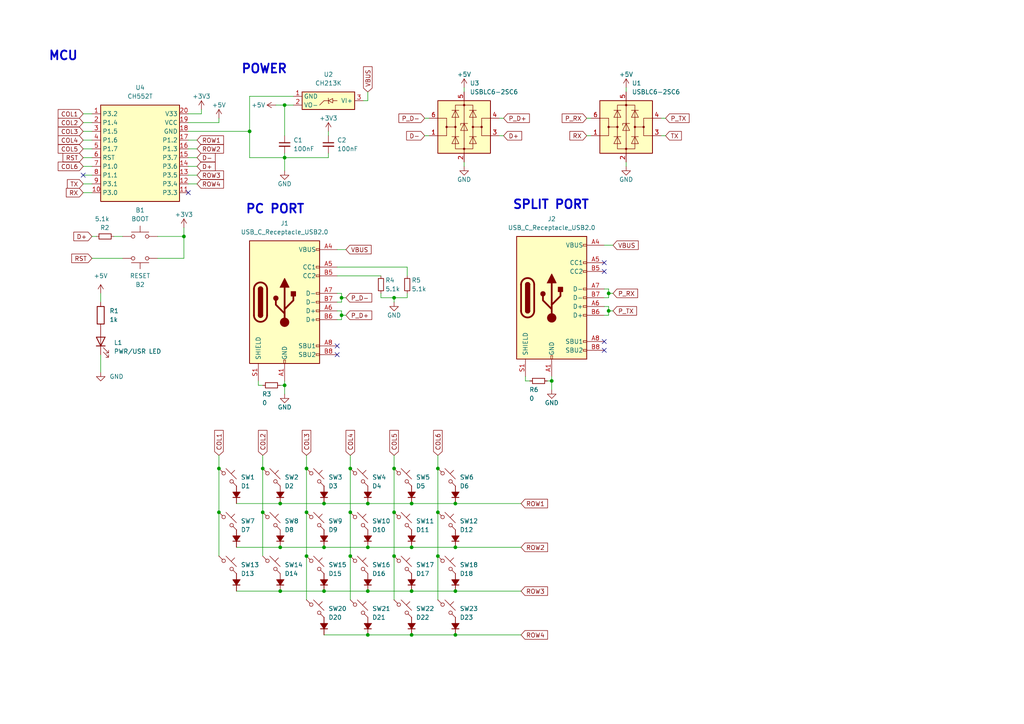
<source format=kicad_sch>
(kicad_sch (version 20230121) (generator eeschema)
  (paper "A4")
  (lib_symbols
    (symbol "Connector:USB_C_Receptacle_USB2.0" (pin_names (offset 1.016))
      (property "Reference" "J" (at -10.16 19.05 0))
      (property "Value" "USB_C_Receptacle_USB2.0" (at 19.05 19.05 0))
      (symbol "USB_C_Receptacle_USB2.0_0_0"
        (rectangle (start -0.254 -17.78) (end 0.254 -16.764))
        (rectangle (start 10.16 -14.986) (end 9.144 -15.494))
        (rectangle (start 10.16 -12.446) (end 9.144 -12.954))
        (rectangle (start 10.16 -4.826) (end 9.144 -5.334))
        (rectangle (start 10.16 -2.286) (end 9.144 -2.794))
        (rectangle (start 10.16 0.254) (end 9.144 -0.254))
        (rectangle (start 10.16 2.794) (end 9.144 2.286))
        (rectangle (start 10.16 7.874) (end 9.144 7.366))
        (rectangle (start 10.16 10.414) (end 9.144 9.906))
        (rectangle (start 10.16 15.494) (end 9.144 14.986))
      )
      (symbol "USB_C_Receptacle_USB2.0_0_1"
        (rectangle (start -10.16 17.78) (end 10.16 -17.78) (stroke (width 0.254)) (fill (type background)))
        (arc (start -8.89 -3.81) (mid -6.985 -5.7067) (end -5.08 -3.81) (stroke (width 0.508)))
        (arc (start -7.62 -3.81) (mid -6.985 -4.4423) (end -6.35 -3.81) (stroke (width 0.254)))
        (arc (start -7.62 -3.81) (mid -6.985 -4.4423) (end -6.35 -3.81) (stroke (width 0.254)) (fill (type outline)))
        (rectangle (start -7.62 -3.81) (end -6.35 3.81) (stroke (width 0.254)) (fill (type outline)))
        (arc (start -6.35 3.81) (mid -6.985 4.4423) (end -7.62 3.81) (stroke (width 0.254)))
        (arc (start -6.35 3.81) (mid -6.985 4.4423) (end -7.62 3.81) (stroke (width 0.254)) (fill (type outline)))
        (arc (start -5.08 3.81) (mid -6.985 5.7067) (end -8.89 3.81) (stroke (width 0.508)))
        (circle (center -2.54 1.143) (radius 0.635) (stroke (width 0.254)) (fill (type outline)))
        (circle (center 0 -5.842) (radius 1.27) (fill (type outline)))
        (polyline (pts (xy -8.89 -3.81) (xy -8.89 3.81)) (stroke (width 0.508)))
        (polyline (pts (xy -5.08 3.81) (xy -5.08 -3.81)) (stroke (width 0.508)))
        (polyline (pts (xy 0 -5.842) (xy 0 4.318)) (stroke (width 0.508)))
        (polyline (pts (xy 0 -3.302) (xy -2.54 -0.762) (xy -2.54 0.508)) (stroke (width 0.508)))
        (polyline (pts (xy 0 -2.032) (xy 2.54 0.508) (xy 2.54 1.778)) (stroke (width 0.508)))
        (polyline (pts (xy -1.27 4.318) (xy 0 6.858) (xy 1.27 4.318) (xy -1.27 4.318)) (stroke (width 0.254)) (fill (type outline)))
        (rectangle (start 1.905 1.778) (end 3.175 3.048) (stroke (width 0.254)) (fill (type outline)))
      )
      (symbol "USB_C_Receptacle_USB2.0_1_1"
        (pin passive line (at 0 -22.86 90) (length 5.08) (name "GND") (number "A1"))
        (pin passive line (at 0 -22.86 90) (length 5.08) hide (name "GND") (number "A12"))
        (pin passive line (at 15.24 15.24 180) (length 5.08) (name "VBUS") (number "A4"))
        (pin bidirectional line (at 15.24 10.16 180) (length 5.08) (name "CC1") (number "A5"))
        (pin bidirectional line (at 15.24 -2.54 180) (length 5.08) (name "D+") (number "A6"))
        (pin bidirectional line (at 15.24 2.54 180) (length 5.08) (name "D-") (number "A7"))
        (pin bidirectional line (at 15.24 -12.7 180) (length 5.08) (name "SBU1") (number "A8"))
        (pin passive line (at 15.24 15.24 180) (length 5.08) hide (name "VBUS") (number "A9"))
        (pin passive line (at 0 -22.86 90) (length 5.08) hide (name "GND") (number "B1"))
        (pin passive line (at 0 -22.86 90) (length 5.08) hide (name "GND") (number "B12"))
        (pin passive line (at 15.24 15.24 180) (length 5.08) hide (name "VBUS") (number "B4"))
        (pin bidirectional line (at 15.24 7.62 180) (length 5.08) (name "CC2") (number "B5"))
        (pin bidirectional line (at 15.24 -5.08 180) (length 5.08) (name "D+") (number "B6"))
        (pin bidirectional line (at 15.24 0 180) (length 5.08) (name "D-") (number "B7"))
        (pin bidirectional line (at 15.24 -15.24 180) (length 5.08) (name "SBU2") (number "B8"))
        (pin passive line (at 15.24 15.24 180) (length 5.08) hide (name "VBUS") (number "B9"))
        (pin passive line (at -7.62 -22.86 90) (length 5.08) (name "SHIELD") (number "S1"))
      )
    )
    (symbol "Device:C_Small" (pin_numbers hide) (pin_names (offset 0.254) hide)
      (property "Reference" "C" (at 0.254 1.778 0))
      (property "Value" "C_Small" (at 0.254 -2.032 0))
      (symbol "C_Small_0_1"
        (polyline (pts (xy -1.524 -0.508) (xy 1.524 -0.508)) (stroke (width 0.3302)))
        (polyline (pts (xy -1.524 0.508) (xy 1.524 0.508)) (stroke (width 0.3048)))
      )
      (symbol "C_Small_1_1"
        (pin passive line (at 0 2.54 270) (length 2.032) (name "~") (number "1"))
        (pin passive line (at 0 -2.54 90) (length 2.032) (name "~") (number "2"))
      )
    )
    (symbol "Device:D_Small_Filled" (pin_numbers hide) (pin_names (offset 0.254) hide)
      (property "Reference" "D" (at -1.27 2.032 0))
      (property "Value" "D_Small_Filled" (at -3.81 -2.032 0))
      (symbol "D_Small_Filled_0_1"
        (polyline (pts (xy -0.762 -1.016) (xy -0.762 1.016)) (stroke (width 0.254)))
        (polyline (pts (xy -0.762 0) (xy 0.762 0)))
        (polyline (pts (xy 0.762 -1.016) (xy -0.762 0) (xy 0.762 1.016) (xy 0.762 -1.016)) (stroke (width 0.254)) (fill (type outline)))
      )
      (symbol "D_Small_Filled_1_1"
        (pin passive line (at -2.54 0 0) (length 1.778) (name "K") (number "1"))
        (pin passive line (at 2.54 0 180) (length 1.778) (name "A") (number "2"))
      )
    )
    (symbol "Device:LED" (pin_numbers hide) (pin_names (offset 1.016) hide)
      (property "Reference" "D" (at 0 2.54 0))
      (property "Value" "LED" (at 0 -2.54 0))
      (symbol "LED_0_1"
        (polyline (pts (xy -1.27 -1.27) (xy -1.27 1.27)) (stroke (width 0.254)))
        (polyline (pts (xy -1.27 0) (xy 1.27 0)))
        (polyline (pts (xy 1.27 -1.27) (xy 1.27 1.27) (xy -1.27 0) (xy 1.27 -1.27)) (stroke (width 0.254)))
        (polyline (pts (xy -3.048 -0.762) (xy -4.572 -2.286) (xy -3.81 -2.286) (xy -4.572 -2.286) (xy -4.572 -1.524)))
        (polyline (pts (xy -1.778 -0.762) (xy -3.302 -2.286) (xy -2.54 -2.286) (xy -3.302 -2.286) (xy -3.302 -1.524)))
      )
      (symbol "LED_1_1"
        (pin passive line (at -3.81 0 0) (length 2.54) (name "K") (number "1"))
        (pin passive line (at 3.81 0 180) (length 2.54) (name "A") (number "2"))
      )
    )
    (symbol "Device:R" (pin_numbers hide) (pin_names (offset 0))
      (property "Reference" "R" (at 2.032 0 90))
      (property "Value" "R" (at 0 0 90))
      (symbol "R_0_1"
        (rectangle (start -1.016 -2.54) (end 1.016 2.54) (stroke (width 0.254)))
      )
      (symbol "R_1_1"
        (pin passive line (at 0 3.81 270) (length 1.27) (name "~") (number "1"))
        (pin passive line (at 0 -3.81 90) (length 1.27) (name "~") (number "2"))
      )
    )
    (symbol "Device:R_Small" (pin_numbers hide) (pin_names (offset 0.254) hide)
      (property "Reference" "R" (at 0.762 0.508 0))
      (property "Value" "R_Small" (at 0.762 -1.016 0))
      (symbol "R_Small_0_1"
        (rectangle (start -0.762 1.778) (end 0.762 -1.778) (stroke (width 0.2032)))
      )
      (symbol "R_Small_1_1"
        (pin passive line (at 0 2.54 270) (length 0.762) (name "~") (number "1"))
        (pin passive line (at 0 -2.54 90) (length 0.762) (name "~") (number "2"))
      )
    )
    (symbol "Power_Protection:USBLC6-2SC6" (pin_names hide)
      (property "Reference" "U" (at 2.54 8.89 0))
      (property "Value" "USBLC6-2SC6" (at 2.54 -8.89 0))
      (symbol "USBLC6-2SC6_0_1"
        (rectangle (start -7.62 -7.62) (end 7.62 7.62) (stroke (width 0.254)) (fill (type background)))
        (circle (center -5.08 0) (radius 0.254) (fill (type outline)))
        (circle (center -2.54 0) (radius 0.254) (fill (type outline)))
        (rectangle (start -2.54 6.35) (end 2.54 -6.35))
        (circle (center 0 -6.35) (radius 0.254) (fill (type outline)))
        (polyline (pts (xy -5.08 -2.54) (xy -7.62 -2.54)))
        (polyline (pts (xy -5.08 0) (xy -5.08 -2.54)))
        (polyline (pts (xy -5.08 2.54) (xy -7.62 2.54)))
        (polyline (pts (xy -1.524 -2.794) (xy -3.556 -2.794)))
        (polyline (pts (xy -1.524 4.826) (xy -3.556 4.826)))
        (polyline (pts (xy 0 -7.62) (xy 0 -6.35)))
        (polyline (pts (xy 0 -6.35) (xy 0 1.27)))
        (polyline (pts (xy 0 1.27) (xy 0 6.35)))
        (polyline (pts (xy 0 6.35) (xy 0 7.62)))
        (polyline (pts (xy 1.524 -2.794) (xy 3.556 -2.794)))
        (polyline (pts (xy 1.524 4.826) (xy 3.556 4.826)))
        (polyline (pts (xy 5.08 -2.54) (xy 7.62 -2.54)))
        (polyline (pts (xy 5.08 0) (xy 5.08 -2.54)))
        (polyline (pts (xy 5.08 2.54) (xy 7.62 2.54)))
        (polyline (pts (xy -2.54 0) (xy -5.08 0) (xy -5.08 2.54)))
        (polyline (pts (xy 2.54 0) (xy 5.08 0) (xy 5.08 2.54)))
        (polyline (pts (xy -3.556 -4.826) (xy -1.524 -4.826) (xy -2.54 -2.794) (xy -3.556 -4.826)))
        (polyline (pts (xy -3.556 2.794) (xy -1.524 2.794) (xy -2.54 4.826) (xy -3.556 2.794)))
        (polyline (pts (xy -1.016 -1.016) (xy 1.016 -1.016) (xy 0 1.016) (xy -1.016 -1.016)))
        (polyline (pts (xy 1.016 1.016) (xy 0.762 1.016) (xy -1.016 1.016) (xy -1.016 0.508)))
        (polyline (pts (xy 3.556 -4.826) (xy 1.524 -4.826) (xy 2.54 -2.794) (xy 3.556 -4.826)))
        (polyline (pts (xy 3.556 2.794) (xy 1.524 2.794) (xy 2.54 4.826) (xy 3.556 2.794)))
        (circle (center 0 6.35) (radius 0.254) (fill (type outline)))
        (circle (center 2.54 0) (radius 0.254) (fill (type outline)))
        (circle (center 5.08 0) (radius 0.254) (fill (type outline)))
      )
      (symbol "USBLC6-2SC6_1_1"
        (pin passive line (at -10.16 -2.54 0) (length 2.54) (name "I/O1") (number "1"))
        (pin passive line (at 0 -10.16 90) (length 2.54) (name "GND") (number "2"))
        (pin passive line (at 10.16 -2.54 180) (length 2.54) (name "I/O2") (number "3"))
        (pin passive line (at 10.16 2.54 180) (length 2.54) (name "I/O2") (number "4"))
        (pin passive line (at 0 10.16 270) (length 2.54) (name "VBUS") (number "5"))
        (pin passive line (at -10.16 2.54 0) (length 2.54) (name "I/O1") (number "6"))
      )
    )
    (symbol "Switch:SW_Push" (pin_numbers hide) (pin_names (offset 1.016) hide)
      (property "Reference" "SW" (at 1.27 2.54 0))
      (property "Value" "SW_Push" (at 0 -1.524 0))
      (symbol "SW_Push_0_1"
        (circle (center -2.032 0) (radius 0.508))
        (polyline (pts (xy 0 1.27) (xy 0 3.048)))
        (polyline (pts (xy 2.54 1.27) (xy -2.54 1.27)))
        (circle (center 2.032 0) (radius 0.508))
        (pin passive line (at -5.08 0 0) (length 2.54) (name "1") (number "1"))
        (pin passive line (at 5.08 0 180) (length 2.54) (name "2") (number "2"))
      )
    )
    (symbol "Switch:SW_Push_45deg" (pin_numbers hide) (pin_names (offset 1.016) hide)
      (property "Reference" "SW" (at 3.048 1.016 0))
      (property "Value" "SW_Push_45deg" (at 0 -3.81 0))
      (symbol "SW_Push_45deg_0_1"
        (circle (center -1.1684 1.1684) (radius 0.508))
        (polyline (pts (xy -0.508 2.54) (xy 2.54 -0.508)))
        (polyline (pts (xy 1.016 1.016) (xy 2.032 2.032)))
        (polyline (pts (xy -2.54 2.54) (xy -1.524 1.524) (xy -1.524 1.524)))
        (polyline (pts (xy 1.524 -1.524) (xy 2.54 -2.54) (xy 2.54 -2.54) (xy 2.54 -2.54)))
        (circle (center 1.143 -1.1938) (radius 0.508))
        (pin passive line (at -2.54 2.54 0) (length 0) (name "1") (number "1"))
        (pin passive line (at 2.54 -2.54 180) (length 0) (name "2") (number "2"))
      )
    )
    (symbol "picctrl:CH213K"
      (property "Reference" "U" (at 0 6.35 0))
      (property "Value" "CH213K" (at 0 3.81 0))
      (symbol "CH213K_0_1"
        (rectangle (start -7.62 2.54) (end 7.62 -2.54) (stroke (width 0.254)) (fill (type background)))
        (polyline (pts (xy -1.27 0) (xy -2.54 -1.27)))
        (polyline (pts (xy -1.27 0) (xy 0 0)))
        (polyline (pts (xy 1.27 0) (xy 2.54 0)))
        (polyline (pts (xy 0 0) (xy 1.27 0.635) (xy 1.27 -0.635) (xy 0 0)))
        (polyline (pts (xy 0.254 -0.762) (xy 0 -0.762) (xy 0 0.635) (xy 0 0.762)))
      )
      (symbol "CH213K_1_0"
        (pin power_in line (at 10.16 0 180) (length 2.54) (name "VI+") (number "3"))
      )
      (symbol "CH213K_1_1"
        (pin power_in line (at -10.16 1.27 0) (length 2.54) (name "GND") (number "1"))
        (pin power_out line (at -10.16 -1.27 0) (length 2.54) (name "VO-") (number "2"))
      )
    )
    (symbol "picctrl:CH552T"
      (property "Reference" "U" (at 0 2.54 0))
      (property "Value" "CH552T" (at 0 0 0))
      (symbol "CH552T_0_1"
        (rectangle (start -11.43 15.24) (end 11.43 -12.7) (stroke (width 0.254)) (fill (type background)))
      )
      (symbol "CH552T_1_1"
        (pin bidirectional line (at -13.97 12.7 0) (length 2.54) (name "P3.2") (number "1"))
        (pin bidirectional line (at -13.97 -10.16 0) (length 2.54) (name "P3.0") (number "10"))
        (pin bidirectional line (at 13.97 -10.16 180) (length 2.54) (name "P3.3") (number "11"))
        (pin bidirectional line (at 13.97 -7.62 180) (length 2.54) (name "P3.4") (number "12"))
        (pin bidirectional line (at 13.97 -5.08 180) (length 2.54) (name "P3.5") (number "13"))
        (pin bidirectional line (at 13.97 -2.54 180) (length 2.54) (name "P3.6") (number "14"))
        (pin bidirectional line (at 13.97 0 180) (length 2.54) (name "P3.7") (number "15"))
        (pin bidirectional line (at 13.97 2.54 180) (length 2.54) (name "P1.3") (number "16"))
        (pin bidirectional line (at 13.97 5.08 180) (length 2.54) (name "P1.2") (number "17"))
        (pin power_in line (at 13.97 7.62 180) (length 2.54) (name "GND") (number "18"))
        (pin power_in line (at 13.97 10.16 180) (length 2.54) (name "VCC") (number "19"))
        (pin bidirectional line (at -13.97 10.16 0) (length 2.54) (name "P1.4") (number "2"))
        (pin power_in line (at 13.97 12.7 180) (length 2.54) (name "V33") (number "20"))
        (pin bidirectional line (at -13.97 7.62 0) (length 2.54) (name "P1.5") (number "3"))
        (pin bidirectional line (at -13.97 5.08 0) (length 2.54) (name "P1.6") (number "4"))
        (pin bidirectional line (at -13.97 2.54 0) (length 2.54) (name "P1.7") (number "5"))
        (pin input line (at -13.97 0 0) (length 2.54) (name "RST") (number "6"))
        (pin bidirectional line (at -13.97 -2.54 0) (length 2.54) (name "P1.0") (number "7"))
        (pin bidirectional line (at -13.97 -5.08 0) (length 2.54) (name "P1.1") (number "8"))
        (pin bidirectional line (at -13.97 -7.62 0) (length 2.54) (name "P3.1") (number "9"))
      )
    )
    (symbol "power:+3V3" (power) (pin_names (offset 0))
      (property "Value" "+3V3" (at 0 3.556 0))
      (symbol "+3V3_0_1"
        (polyline (pts (xy -0.762 1.27) (xy 0 2.54)))
        (polyline (pts (xy 0 0) (xy 0 2.54)))
        (polyline (pts (xy 0 2.54) (xy 0.762 1.27)))
      )
      (symbol "+3V3_1_1"
        (pin power_in line (at 0 0 90) (length 0) hide (name "+3V3") (number "1"))
      )
    )
    (symbol "power:+5V" (power) (pin_names (offset 0))
      (property "Value" "+5V" (at 0 3.556 0))
      (symbol "+5V_0_1"
        (polyline (pts (xy -0.762 1.27) (xy 0 2.54)))
        (polyline (pts (xy 0 0) (xy 0 2.54)))
        (polyline (pts (xy 0 2.54) (xy 0.762 1.27)))
      )
      (symbol "+5V_1_1"
        (pin power_in line (at 0 0 90) (length 0) hide (name "+5V") (number "1"))
      )
    )
    (symbol "power:GND" (power) (pin_names (offset 0))
      (property "Value" "GND" (at 0 -3.81 0))
      (symbol "GND_0_1"
        (polyline (pts (xy 0 0) (xy 0 -1.27) (xy 1.27 -1.27) (xy 0 -2.54) (xy -1.27 -1.27) (xy 0 -1.27)))
      )
      (symbol "GND_1_1"
        (pin power_in line (at 0 0 270) (length 0) hide (name "GND") (number "1"))
      )
    )
  )
  (junction (at 114.3 135.89))
  (junction (at 81.28 146.05))
  (junction (at 127 161.29))
  (junction (at 82.55 30.48))
  (junction (at 101.6 148.59))
  (junction (at 160.02 110.49))
  (junction (at 76.2 148.59))
  (junction (at 99.06 86.36))
  (junction (at 106.68 184.15))
  (junction (at 119.38 158.75))
  (junction (at 132.08 171.45))
  (junction (at 106.68 158.75))
  (junction (at 127 148.59))
  (junction (at 106.68 146.05))
  (junction (at 106.68 171.45))
  (junction (at 132.08 184.15))
  (junction (at 72.39 38.1))
  (junction (at 99.06 91.44))
  (junction (at 127 135.89))
  (junction (at 53.34 68.58))
  (junction (at 63.5 148.59))
  (junction (at 101.6 135.89))
  (junction (at 101.6 161.29))
  (junction (at 114.3 148.59))
  (junction (at 88.9 135.89))
  (junction (at 81.28 158.75))
  (junction (at 93.98 146.05))
  (junction (at 88.9 148.59))
  (junction (at 88.9 161.29))
  (junction (at 93.98 158.75))
  (junction (at 114.3 161.29))
  (junction (at 81.28 171.45))
  (junction (at 132.08 158.75))
  (junction (at 176.53 90.17))
  (junction (at 119.38 146.05))
  (junction (at 176.53 85.09))
  (junction (at 93.98 171.45))
  (junction (at 114.3 86.36))
  (junction (at 82.55 111.76))
  (junction (at 132.08 146.05))
  (junction (at 76.2 135.89))
  (junction (at 119.38 184.15))
  (junction (at 82.55 45.72))
  (junction (at 119.38 171.45))
  (junction (at 63.5 135.89))
  (no_connect (at 175.26 99.06))
  (no_connect (at 24.13 50.8))
  (no_connect (at 175.26 101.6))
  (no_connect (at 97.79 100.33))
  (no_connect (at 54.61 55.88))
  (no_connect (at 175.26 78.74))
  (no_connect (at 175.26 76.2))
  (no_connect (at 97.79 102.87))
  (wire (pts (xy 101.6 148.59) (xy 101.6 161.29)))
  (wire (pts (xy 176.53 86.36) (xy 176.53 85.09)))
  (wire (pts (xy 176.53 88.9) (xy 176.53 90.17)))
  (wire (pts (xy 72.39 27.94) (xy 85.09 27.94)))
  (wire (pts (xy 24.13 38.1) (xy 26.67 38.1)))
  (wire (pts (xy 63.5 34.29) (xy 63.5 35.56)))
  (wire (pts (xy 110.49 85.09) (xy 110.49 86.36)))
  (wire (pts (xy 97.79 90.17) (xy 99.06 90.17)))
  (wire (pts (xy 176.53 83.82) (xy 176.53 85.09)))
  (wire (pts (xy 134.62 25.4) (xy 134.62 26.67)))
  (wire (pts (xy 57.15 50.8) (xy 54.61 50.8)))
  (wire (pts (xy 24.13 33.02) (xy 26.67 33.02)))
  (wire (pts (xy 82.55 111.76) (xy 82.55 114.3)))
  (wire (pts (xy 57.15 53.34) (xy 54.61 53.34)))
  (wire (pts (xy 110.49 86.36) (xy 114.3 86.36)))
  (wire (pts (xy 127 135.89) (xy 127 148.59)))
  (wire (pts (xy 177.8 71.12) (xy 175.26 71.12)))
  (wire (pts (xy 26.67 74.93) (xy 35.56 74.93)))
  (wire (pts (xy 99.06 86.36) (xy 99.06 87.63)))
  (wire (pts (xy 132.08 158.75) (xy 151.13 158.75)))
  (wire (pts (xy 106.68 171.45) (xy 119.38 171.45)))
  (wire (pts (xy 24.13 48.26) (xy 26.67 48.26)))
  (wire (pts (xy 134.62 48.26) (xy 134.62 46.99)))
  (wire (pts (xy 81.28 171.45) (xy 93.98 171.45)))
  (wire (pts (xy 74.93 110.49) (xy 74.93 111.76)))
  (wire (pts (xy 127 161.29) (xy 127 173.99)))
  (wire (pts (xy 123.19 39.37) (xy 124.46 39.37)))
  (wire (pts (xy 72.39 38.1) (xy 72.39 27.94)))
  (wire (pts (xy 57.15 40.64) (xy 54.61 40.64)))
  (wire (pts (xy 81.28 111.76) (xy 82.55 111.76)))
  (wire (pts (xy 76.2 135.89) (xy 76.2 148.59)))
  (wire (pts (xy 24.13 45.72) (xy 26.67 45.72)))
  (wire (pts (xy 176.53 90.17) (xy 177.8 90.17)))
  (wire (pts (xy 99.06 86.36) (xy 100.33 86.36)))
  (wire (pts (xy 29.21 85.09) (xy 29.21 87.63)))
  (wire (pts (xy 106.68 184.15) (xy 119.38 184.15)))
  (wire (pts (xy 74.93 111.76) (xy 76.2 111.76)))
  (wire (pts (xy 95.25 44.45) (xy 95.25 45.72)))
  (wire (pts (xy 53.34 68.58) (xy 53.34 74.93)))
  (wire (pts (xy 93.98 158.75) (xy 106.68 158.75)))
  (wire (pts (xy 80.01 30.48) (xy 82.55 30.48)))
  (wire (pts (xy 99.06 85.09) (xy 97.79 85.09)))
  (wire (pts (xy 119.38 158.75) (xy 132.08 158.75)))
  (wire (pts (xy 93.98 171.45) (xy 106.68 171.45)))
  (wire (pts (xy 82.55 110.49) (xy 82.55 111.76)))
  (wire (pts (xy 132.08 146.05) (xy 151.13 146.05)))
  (wire (pts (xy 88.9 135.89) (xy 88.9 148.59)))
  (wire (pts (xy 114.3 148.59) (xy 114.3 161.29)))
  (wire (pts (xy 175.26 91.44) (xy 176.53 91.44)))
  (wire (pts (xy 58.42 31.75) (xy 58.42 33.02)))
  (wire (pts (xy 118.11 86.36) (xy 118.11 85.09)))
  (wire (pts (xy 76.2 148.59) (xy 76.2 161.29)))
  (wire (pts (xy 146.05 39.37) (xy 144.78 39.37)))
  (wire (pts (xy 81.28 158.75) (xy 93.98 158.75)))
  (wire (pts (xy 181.61 25.4) (xy 181.61 26.67)))
  (wire (pts (xy 176.53 83.82) (xy 175.26 83.82)))
  (wire (pts (xy 76.2 132.08) (xy 76.2 135.89)))
  (wire (pts (xy 118.11 77.47) (xy 118.11 80.01)))
  (wire (pts (xy 68.58 171.45) (xy 81.28 171.45)))
  (wire (pts (xy 175.26 86.36) (xy 176.53 86.36)))
  (wire (pts (xy 106.68 146.05) (xy 119.38 146.05)))
  (wire (pts (xy 99.06 90.17) (xy 99.06 91.44)))
  (wire (pts (xy 81.28 146.05) (xy 93.98 146.05)))
  (wire (pts (xy 93.98 184.15) (xy 106.68 184.15)))
  (wire (pts (xy 24.13 43.18) (xy 26.67 43.18)))
  (wire (pts (xy 82.55 30.48) (xy 82.55 39.37)))
  (wire (pts (xy 88.9 161.29) (xy 88.9 173.99)))
  (wire (pts (xy 127 148.59) (xy 127 161.29)))
  (wire (pts (xy 132.08 171.45) (xy 151.13 171.45)))
  (wire (pts (xy 127 132.08) (xy 127 135.89)))
  (wire (pts (xy 68.58 158.75) (xy 81.28 158.75)))
  (wire (pts (xy 146.05 34.29) (xy 144.78 34.29)))
  (wire (pts (xy 176.53 90.17) (xy 176.53 91.44)))
  (wire (pts (xy 152.4 110.49) (xy 153.67 110.49)))
  (wire (pts (xy 68.58 146.05) (xy 81.28 146.05)))
  (wire (pts (xy 29.21 107.95) (xy 29.21 102.87)))
  (wire (pts (xy 24.13 35.56) (xy 26.67 35.56)))
  (wire (pts (xy 106.68 158.75) (xy 119.38 158.75)))
  (wire (pts (xy 45.72 74.93) (xy 53.34 74.93)))
  (wire (pts (xy 82.55 45.72) (xy 72.39 45.72)))
  (wire (pts (xy 152.4 109.22) (xy 152.4 110.49)))
  (wire (pts (xy 193.04 34.29) (xy 191.77 34.29)))
  (wire (pts (xy 88.9 132.08) (xy 88.9 135.89)))
  (wire (pts (xy 170.18 39.37) (xy 171.45 39.37)))
  (wire (pts (xy 95.25 38.1) (xy 95.25 39.37)))
  (wire (pts (xy 123.19 34.29) (xy 124.46 34.29)))
  (wire (pts (xy 119.38 146.05) (xy 132.08 146.05)))
  (wire (pts (xy 160.02 110.49) (xy 160.02 113.03)))
  (wire (pts (xy 119.38 184.15) (xy 132.08 184.15)))
  (wire (pts (xy 24.13 53.34) (xy 26.67 53.34)))
  (wire (pts (xy 101.6 135.89) (xy 101.6 148.59)))
  (wire (pts (xy 119.38 171.45) (xy 132.08 171.45)))
  (wire (pts (xy 53.34 68.58) (xy 45.72 68.58)))
  (wire (pts (xy 132.08 184.15) (xy 151.13 184.15)))
  (wire (pts (xy 57.15 43.18) (xy 54.61 43.18)))
  (wire (pts (xy 26.67 68.58) (xy 27.94 68.58)))
  (wire (pts (xy 114.3 161.29) (xy 114.3 173.99)))
  (wire (pts (xy 24.13 40.64) (xy 26.67 40.64)))
  (wire (pts (xy 158.75 110.49) (xy 160.02 110.49)))
  (wire (pts (xy 160.02 109.22) (xy 160.02 110.49)))
  (wire (pts (xy 110.49 80.01) (xy 97.79 80.01)))
  (wire (pts (xy 97.79 77.47) (xy 118.11 77.47)))
  (wire (pts (xy 106.68 26.67) (xy 106.68 29.21)))
  (wire (pts (xy 57.15 45.72) (xy 54.61 45.72)))
  (wire (pts (xy 176.53 85.09) (xy 177.8 85.09)))
  (wire (pts (xy 82.55 49.53) (xy 82.55 45.72)))
  (wire (pts (xy 33.02 68.58) (xy 35.56 68.58)))
  (wire (pts (xy 99.06 85.09) (xy 99.06 86.36)))
  (wire (pts (xy 82.55 30.48) (xy 85.09 30.48)))
  (wire (pts (xy 170.18 34.29) (xy 171.45 34.29)))
  (wire (pts (xy 63.5 35.56) (xy 54.61 35.56)))
  (wire (pts (xy 93.98 146.05) (xy 106.68 146.05)))
  (wire (pts (xy 181.61 48.26) (xy 181.61 46.99)))
  (wire (pts (xy 114.3 86.36) (xy 118.11 86.36)))
  (wire (pts (xy 97.79 92.71) (xy 99.06 92.71)))
  (wire (pts (xy 100.33 72.39) (xy 97.79 72.39)))
  (wire (pts (xy 63.5 148.59) (xy 63.5 161.29)))
  (wire (pts (xy 101.6 132.08) (xy 101.6 135.89)))
  (wire (pts (xy 58.42 33.02) (xy 54.61 33.02)))
  (wire (pts (xy 99.06 87.63) (xy 97.79 87.63)))
  (wire (pts (xy 72.39 38.1) (xy 72.39 45.72)))
  (wire (pts (xy 24.13 50.8) (xy 26.67 50.8)))
  (wire (pts (xy 82.55 45.72) (xy 82.55 44.45)))
  (wire (pts (xy 99.06 91.44) (xy 100.33 91.44)))
  (wire (pts (xy 114.3 132.08) (xy 114.3 135.89)))
  (wire (pts (xy 114.3 135.89) (xy 114.3 148.59)))
  (wire (pts (xy 106.68 29.21) (xy 105.41 29.21)))
  (wire (pts (xy 57.15 48.26) (xy 54.61 48.26)))
  (wire (pts (xy 175.26 88.9) (xy 176.53 88.9)))
  (wire (pts (xy 88.9 148.59) (xy 88.9 161.29)))
  (wire (pts (xy 99.06 91.44) (xy 99.06 92.71)))
  (wire (pts (xy 53.34 66.04) (xy 53.34 68.58)))
  (wire (pts (xy 193.04 39.37) (xy 191.77 39.37)))
  (wire (pts (xy 82.55 45.72) (xy 95.25 45.72)))
  (wire (pts (xy 24.13 55.88) (xy 26.67 55.88)))
  (wire (pts (xy 63.5 132.08) (xy 63.5 135.89)))
  (wire (pts (xy 63.5 135.89) (xy 63.5 148.59)))
  (wire (pts (xy 72.39 38.1) (xy 54.61 38.1)))
  (wire (pts (xy 101.6 161.29) (xy 101.6 173.99)))
  (wire (pts (xy 114.3 86.36) (xy 114.3 87.63)))
  (text "PC PORT" (at 71.12 62.23 0) (effects (font (size 2.54 2.54) (thickness 0.508) bold) (justify left bottom)))
  (text "POWER" (at 69.85 21.59 0) (effects (font (size 2.54 2.54) (thickness 0.508) bold) (justify left bottom)))
  (text "SPLIT PORT" (at 148.59 60.96 0) (effects (font (size 2.54 2.54) (thickness 0.508) bold) (justify left bottom)))
  (text "MCU" (at 13.97 17.78 0) (effects (font (size 2.54 2.54) (thickness 0.508) bold) (justify left bottom)))
  (global_label "RST" (shape input) (at 26.67 74.93 180) (property "Intersheetrefs" "${INTERSHEET_REFS}" (effects hide)))
  (global_label "COL4" (shape input) (at 101.6 132.08 90) (property "Intersheetrefs" "${INTERSHEET_REFS}" (effects hide)))
  (global_label "P_D+" (shape input) (at 100.33 91.44 0) (property "Intersheetrefs" "${INTERSHEET_REFS}" (effects hide)))
  (global_label "D+" (shape input) (at 26.67 68.58 180) (property "Intersheetrefs" "${INTERSHEET_REFS}" (effects hide)))
  (global_label "P_TX" (shape input) (at 193.04 34.29 0) (property "Intersheetrefs" "${INTERSHEET_REFS}" (effects hide)))
  (global_label "COL1" (shape input) (at 24.13 33.02 180) (property "Intersheetrefs" "${INTERSHEET_REFS}" (effects hide)))
  (global_label "COL3" (shape input) (at 24.13 38.1 180) (property "Intersheetrefs" "${INTERSHEET_REFS}" (effects hide)))
  (global_label "ROW1" (shape input) (at 57.15 40.64 0) (property "Intersheetrefs" "${INTERSHEET_REFS}" (effects hide)))
  (global_label "ROW3" (shape input) (at 57.15 50.8 0) (property "Intersheetrefs" "${INTERSHEET_REFS}" (effects hide)))
  (global_label "ROW2" (shape input) (at 57.15 43.18 0) (property "Intersheetrefs" "${INTERSHEET_REFS}" (effects hide)))
  (global_label "D+" (shape input) (at 146.05 39.37 0) (property "Intersheetrefs" "${INTERSHEET_REFS}" (effects hide)))
  (global_label "COL6" (shape input) (at 24.13 48.26 180) (property "Intersheetrefs" "${INTERSHEET_REFS}" (effects hide)))
  (global_label "COL6" (shape input) (at 127 132.08 90) (property "Intersheetrefs" "${INTERSHEET_REFS}" (effects hide)))
  (global_label "COL2" (shape input) (at 76.2 132.08 90) (property "Intersheetrefs" "${INTERSHEET_REFS}" (effects hide)))
  (global_label "TX" (shape input) (at 193.04 39.37 0) (property "Intersheetrefs" "${INTERSHEET_REFS}" (effects hide)))
  (global_label "COL4" (shape input) (at 24.13 40.64 180) (property "Intersheetrefs" "${INTERSHEET_REFS}" (effects hide)))
  (global_label "D+" (shape input) (at 57.15 48.26 0) (property "Intersheetrefs" "${INTERSHEET_REFS}" (effects hide)))
  (global_label "P_RX" (shape input) (at 177.8 85.09 0) (property "Intersheetrefs" "${INTERSHEET_REFS}" (effects hide)))
  (global_label "ROW4" (shape input) (at 151.13 184.15 0) (property "Intersheetrefs" "${INTERSHEET_REFS}" (effects hide)))
  (global_label "D-" (shape input) (at 57.15 45.72 0) (property "Intersheetrefs" "${INTERSHEET_REFS}" (effects hide)))
  (global_label "TX" (shape input) (at 24.13 53.34 180) (property "Intersheetrefs" "${INTERSHEET_REFS}" (effects hide)))
  (global_label "P_D+" (shape input) (at 146.05 34.29 0) (property "Intersheetrefs" "${INTERSHEET_REFS}" (effects hide)))
  (global_label "COL5" (shape input) (at 24.13 43.18 180) (property "Intersheetrefs" "${INTERSHEET_REFS}" (effects hide)))
  (global_label "COL2" (shape input) (at 24.13 35.56 180) (property "Intersheetrefs" "${INTERSHEET_REFS}" (effects hide)))
  (global_label "P_D-" (shape input) (at 123.19 34.29 180) (property "Intersheetrefs" "${INTERSHEET_REFS}" (effects hide)))
  (global_label "ROW2" (shape input) (at 151.13 158.75 0) (property "Intersheetrefs" "${INTERSHEET_REFS}" (effects hide)))
  (global_label "ROW1" (shape input) (at 151.13 146.05 0) (property "Intersheetrefs" "${INTERSHEET_REFS}" (effects hide)))
  (global_label "COL1" (shape input) (at 63.5 132.08 90) (property "Intersheetrefs" "${INTERSHEET_REFS}" (effects hide)))
  (global_label "RST" (shape input) (at 24.13 45.72 180) (property "Intersheetrefs" "${INTERSHEET_REFS}" (effects hide)))
  (global_label "P_TX" (shape input) (at 177.8 90.17 0) (property "Intersheetrefs" "${INTERSHEET_REFS}" (effects hide)))
  (global_label "P_D-" (shape input) (at 100.33 86.36 0) (property "Intersheetrefs" "${INTERSHEET_REFS}" (effects hide)))
  (global_label "VBUS" (shape input) (at 177.8 71.12 0) (property "Intersheetrefs" "${INTERSHEET_REFS}" (effects hide)))
  (global_label "COL5" (shape input) (at 114.3 132.08 90) (property "Intersheetrefs" "${INTERSHEET_REFS}" (effects hide)))
  (global_label "COL3" (shape input) (at 88.9 132.08 90) (property "Intersheetrefs" "${INTERSHEET_REFS}" (effects hide)))
  (global_label "VBUS" (shape input) (at 106.68 26.67 90) (property "Intersheetrefs" "${INTERSHEET_REFS}" (effects hide)))
  (global_label "ROW4" (shape input) (at 57.15 53.34 0) (property "Intersheetrefs" "${INTERSHEET_REFS}" (effects hide)))
  (global_label "P_RX" (shape input) (at 170.18 34.29 180) (property "Intersheetrefs" "${INTERSHEET_REFS}" (effects hide)))
  (global_label "RX" (shape input) (at 24.13 55.88 180) (property "Intersheetrefs" "${INTERSHEET_REFS}" (effects hide)))
  (global_label "VBUS" (shape input) (at 100.33 72.39 0) (property "Intersheetrefs" "${INTERSHEET_REFS}" (effects hide)))
  (global_label "ROW3" (shape input) (at 151.13 171.45 0) (property "Intersheetrefs" "${INTERSHEET_REFS}" (effects hide)))
  (global_label "D-" (shape input) (at 123.19 39.37 180) (property "Intersheetrefs" "${INTERSHEET_REFS}" (effects hide)))
  (global_label "RX" (shape input) (at 170.18 39.37 180) (property "Intersheetrefs" "${INTERSHEET_REFS}" (effects hide)))
  (symbol (lib_id "Device:R") (at 29.21 91.44 0) (unit 1)
    (property "Reference" "R1" (at 31.75 90.17 0) (effects (justify left)))
    (property "Value" "1k" (at 31.75 92.71 0) (effects (justify left)))
    (property "Footprint" "Resistor_SMD:R_0402_1005Metric" (effects hide))
    (property "LCSC" "C11702" (effects hide))
  )
  (symbol (lib_id "Device:D_Small_Filled") (at 132.08 181.61 90) (unit 1)
    (property "Reference" "D23" (at 133.35 179.07 90) (effects (justify right)))
    (property "Value" "D_Small_Filled" (effects hide))
    (property "Footprint" "picctrl:D_0805_2012Metric_Reversible" (effects hide))
    (property "Sim.Device" "D" (effects hide))
    (property "Sim.Pins" "1=K 2=A" (effects hide))
  )
  (symbol (lib_id "Switch:SW_Push") (at 40.64 68.58 0) (unit 1)
    (property "Reference" "B1" (at 40.64 60.96 0))
    (property "Value" "BOOT" (at 40.64 63.5 0))
    (property "Footprint" "Button_Switch_SMD:SW_Push_SPST_NO_Alps_SKRK" (effects hide))
  )
  (symbol (lib_id "Device:D_Small_Filled") (at 119.38 168.91 90) (unit 1)
    (property "Reference" "D17" (at 120.65 166.37 90) (effects (justify right)))
    (property "Value" "D_Small_Filled" (effects hide))
    (property "Footprint" "picctrl:D_0805_2012Metric_Reversible" (effects hide))
    (property "Sim.Device" "D" (effects hide))
    (property "Sim.Pins" "1=K 2=A" (effects hide))
  )
  (symbol (lib_id "Device:D_Small_Filled") (at 106.68 168.91 90) (unit 1)
    (property "Reference" "D16" (at 107.95 166.37 90) (effects (justify right)))
    (property "Value" "D_Small_Filled" (effects hide))
    (property "Footprint" "picctrl:D_0805_2012Metric_Reversible" (effects hide))
    (property "Sim.Device" "D" (effects hide))
    (property "Sim.Pins" "1=K 2=A" (effects hide))
  )
  (symbol (lib_id "Switch:SW_Push_45deg") (at 116.84 176.53 0) (unit 1)
    (property "Reference" "SW22" (at 120.65 176.53 0) (effects (justify left)))
    (property "Value" "SW_Push_45deg" (effects hide))
    (property "Footprint" "picctrl:SW_Hotswap_Kailh_Choc_MX_1.00u" (effects hide))
  )
  (symbol (lib_id "Switch:SW_Push") (at 40.64 74.93 180) (unit 1)
    (property "Reference" "B2" (at 40.64 82.55 0))
    (property "Value" "RESET" (at 40.64 80.01 0))
    (property "Footprint" "Button_Switch_SMD:SW_Push_SPST_NO_Alps_SKRK" (effects hide))
  )
  (symbol (lib_id "power:GND") (at 134.62 48.26 0) (unit 1)
    (property "Reference" "#PWR010" (effects hide))
    (property "Value" "GND" (at 134.62 52.07 0))
  )
  (symbol (lib_id "Device:R_Small") (at 78.74 111.76 90) (unit 1)
    (property "Reference" "R3" (at 78.74 114.3 90) (effects (justify left)))
    (property "Value" "0" (at 77.47 116.84 90) (effects (justify left)))
    (property "Footprint" "Resistor_SMD:R_0805_2012Metric" (effects hide))
  )
  (symbol (lib_id "Device:D_Small_Filled") (at 93.98 156.21 90) (unit 1)
    (property "Reference" "D9" (at 95.25 153.67 90) (effects (justify right)))
    (property "Value" "D_Small_Filled" (effects hide))
    (property "Footprint" "picctrl:D_0805_2012Metric_Reversible" (effects hide))
    (property "Sim.Device" "D" (effects hide))
    (property "Sim.Pins" "1=K 2=A" (effects hide))
  )
  (symbol (lib_id "picctrl:CH213K") (at 95.25 29.21 0) (unit 1)
    (property "Reference" "U2" (at 95.25 21.59 0))
    (property "Value" "CH213K" (at 95.25 24.13 0))
    (property "Footprint" "Package_TO_SOT_SMD:SOT-23-3" (effects hide))
  )
  (symbol (lib_id "power:+5V") (at 80.01 30.48 90) (unit 1)
    (property "Reference" "#PWR07" (effects hide))
    (property "Value" "+5V" (at 74.93 30.48 90))
  )
  (symbol (lib_id "Device:D_Small_Filled") (at 106.68 143.51 90) (unit 1)
    (property "Reference" "D4" (at 107.95 140.97 90) (effects (justify right)))
    (property "Value" "D_Small_Filled" (effects hide))
    (property "Footprint" "picctrl:D_0805_2012Metric_Reversible" (effects hide))
    (property "Sim.Device" "D" (effects hide))
    (property "Sim.Pins" "1=K 2=A" (effects hide))
  )
  (symbol (lib_id "Device:D_Small_Filled") (at 132.08 168.91 90) (unit 1)
    (property "Reference" "D18" (at 133.35 166.37 90) (effects (justify right)))
    (property "Value" "D_Small_Filled" (effects hide))
    (property "Footprint" "picctrl:D_0805_2012Metric_Reversible" (effects hide))
    (property "Sim.Device" "D" (effects hide))
    (property "Sim.Pins" "1=K 2=A" (effects hide))
  )
  (symbol (lib_id "Device:D_Small_Filled") (at 68.58 156.21 90) (unit 1)
    (property "Reference" "D7" (at 69.85 153.67 90) (effects (justify right)))
    (property "Value" "D_Small_Filled" (effects hide))
    (property "Footprint" "picctrl:D_0805_2012Metric_Reversible" (effects hide))
    (property "Sim.Device" "D" (effects hide))
    (property "Sim.Pins" "1=K 2=A" (effects hide))
  )
  (symbol (lib_id "Switch:SW_Push_45deg") (at 104.14 176.53 0) (unit 1)
    (property "Reference" "SW21" (at 107.95 176.53 0) (effects (justify left)))
    (property "Value" "SW_Push_45deg" (effects hide))
    (property "Footprint" "picctrl:SW_Hotswap_Kailh_Choc_MX_1.00u" (effects hide))
  )
  (symbol (lib_id "Connector:USB_C_Receptacle_USB2.0") (at 82.55 87.63 0) (unit 1)
    (property "Reference" "J1" (at 82.55 64.77 0))
    (property "Value" "USB_C_Receptacle_USB2.0" (at 82.55 67.31 0))
    (property "Footprint" "picctrl:TYPE-C-31-M-14_Reversible" (effects hide))
    (property "Datasheet" "https://www.usb.org/sites/default/files/documents/usb_type-c.zip" (effects hide))
  )
  (symbol (lib_id "power:+5V") (at 134.62 25.4 0) (unit 1)
    (property "Reference" "#PWR09" (effects hide))
    (property "Value" "+5V" (at 134.62 21.59 0))
  )
  (symbol (lib_id "Device:D_Small_Filled") (at 132.08 143.51 90) (unit 1)
    (property "Reference" "D6" (at 133.35 140.97 90) (effects (justify right)))
    (property "Value" "D_Small_Filled" (effects hide))
    (property "Footprint" "picctrl:D_0805_2012Metric_Reversible" (effects hide))
    (property "Sim.Device" "D" (effects hide))
    (property "Sim.Pins" "1=K 2=A" (effects hide))
  )
  (symbol (lib_id "Device:D_Small_Filled") (at 106.68 156.21 90) (unit 1)
    (property "Reference" "D10" (at 107.95 153.67 90) (effects (justify right)))
    (property "Value" "D_Small_Filled" (effects hide))
    (property "Footprint" "picctrl:D_0805_2012Metric_Reversible" (effects hide))
    (property "Sim.Device" "D" (effects hide))
    (property "Sim.Pins" "1=K 2=A" (effects hide))
  )
  (symbol (lib_id "Connector:USB_C_Receptacle_USB2.0") (at 160.02 86.36 0) (unit 1)
    (property "Reference" "J2" (at 160.02 63.5 0))
    (property "Value" "USB_C_Receptacle_USB2.0" (at 160.02 66.04 0))
    (property "Footprint" "picctrl:TYPE-C-31-M-14_Reversible" (effects hide))
    (property "Datasheet" "https://www.usb.org/sites/default/files/documents/usb_type-c.zip" (effects hide))
  )
  (symbol (lib_id "Switch:SW_Push_45deg") (at 116.84 151.13 0) (unit 1)
    (property "Reference" "SW11" (at 120.65 151.13 0) (effects (justify left)))
    (property "Value" "SW_Push_45deg" (effects hide))
    (property "Footprint" "picctrl:SW_Hotswap_Kailh_Choc_MX_1.00u" (effects hide))
  )
  (symbol (lib_id "Device:D_Small_Filled") (at 132.08 156.21 90) (unit 1)
    (property "Reference" "D12" (at 133.35 153.67 90) (effects (justify right)))
    (property "Value" "D_Small_Filled" (effects hide))
    (property "Footprint" "picctrl:D_0805_2012Metric_Reversible" (effects hide))
    (property "Sim.Device" "D" (effects hide))
    (property "Sim.Pins" "1=K 2=A" (effects hide))
  )
  (symbol (lib_id "Power_Protection:USBLC6-2SC6") (at 181.61 36.83 0) (unit 1)
    (property "Reference" "U1" (at 183.2611 24.13 0) (effects (justify left)))
    (property "Value" "USBLC6-2SC6" (at 183.2611 26.67 0) (effects (justify left)))
    (property "Footprint" "Package_TO_SOT_SMD:SOT-23-6" (effects hide))
    (property "Datasheet" "https://www.st.com/resource/en/datasheet/usblc6-2.pdf" (effects hide))
  )
  (symbol (lib_id "power:+5V") (at 63.5 34.29 0) (unit 1)
    (property "Reference" "#PWR015" (effects hide))
    (property "Value" "+5V" (at 63.5 30.48 0))
  )
  (symbol (lib_id "Switch:SW_Push_45deg") (at 66.04 151.13 0) (unit 1)
    (property "Reference" "SW7" (at 69.85 151.13 0) (effects (justify left)))
    (property "Value" "SW_Push_45deg" (effects hide))
    (property "Footprint" "picctrl:SW_Hotswap_Kailh_Choc_MX_1.00u" (effects hide))
  )
  (symbol (lib_id "Device:D_Small_Filled") (at 68.58 143.51 90) (unit 1)
    (property "Reference" "D1" (at 69.85 140.97 90) (effects (justify right)))
    (property "Value" "D_Small_Filled" (effects hide))
    (property "Footprint" "picctrl:D_0805_2012Metric_Reversible" (effects hide))
    (property "Sim.Device" "D" (effects hide))
    (property "Sim.Pins" "1=K 2=A" (effects hide))
  )
  (symbol (lib_id "Switch:SW_Push_45deg") (at 91.44 138.43 0) (unit 1)
    (property "Reference" "SW3" (at 95.25 138.43 0) (effects (justify left)))
    (property "Value" "SW_Push_45deg" (effects hide))
    (property "Footprint" "picctrl:SW_Hotswap_Kailh_Choc_MX_1.00u" (effects hide))
  )
  (symbol (lib_id "power:GND") (at 82.55 49.53 0) (unit 1)
    (property "Reference" "#PWR011" (effects hide))
    (property "Value" "GND" (at 82.55 53.34 0))
  )
  (symbol (lib_id "Device:D_Small_Filled") (at 81.28 143.51 90) (unit 1)
    (property "Reference" "D2" (at 82.55 140.97 90) (effects (justify right)))
    (property "Value" "D_Small_Filled" (effects hide))
    (property "Footprint" "picctrl:D_0805_2012Metric_Reversible" (effects hide))
    (property "Sim.Device" "D" (effects hide))
    (property "Sim.Pins" "1=K 2=A" (effects hide))
  )
  (symbol (lib_id "Device:D_Small_Filled") (at 119.38 156.21 90) (unit 1)
    (property "Reference" "D11" (at 120.65 153.67 90) (effects (justify right)))
    (property "Value" "D_Small_Filled" (effects hide))
    (property "Footprint" "picctrl:D_0805_2012Metric_Reversible" (effects hide))
    (property "Sim.Device" "D" (effects hide))
    (property "Sim.Pins" "1=K 2=A" (effects hide))
  )
  (symbol (lib_id "power:GND") (at 181.61 48.26 0) (unit 1)
    (property "Reference" "#PWR06" (effects hide))
    (property "Value" "GND" (at 181.61 52.07 0))
  )
  (symbol (lib_id "Device:D_Small_Filled") (at 81.28 168.91 90) (unit 1)
    (property "Reference" "D14" (at 82.55 166.37 90) (effects (justify right)))
    (property "Value" "D_Small_Filled" (effects hide))
    (property "Footprint" "picctrl:D_0805_2012Metric_Reversible" (effects hide))
    (property "Sim.Device" "D" (effects hide))
    (property "Sim.Pins" "1=K 2=A" (effects hide))
  )
  (symbol (lib_id "Switch:SW_Push_45deg") (at 129.54 151.13 0) (unit 1)
    (property "Reference" "SW12" (at 133.35 151.13 0) (effects (justify left)))
    (property "Value" "SW_Push_45deg" (effects hide))
    (property "Footprint" "picctrl:SW_Hotswap_Kailh_Choc_MX_1.00u" (effects hide))
  )
  (symbol (lib_id "power:+5V") (at 181.61 25.4 0) (unit 1)
    (property "Reference" "#PWR05" (effects hide))
    (property "Value" "+5V" (at 181.61 21.59 0))
  )
  (symbol (lib_id "Switch:SW_Push_45deg") (at 104.14 151.13 0) (unit 1)
    (property "Reference" "SW10" (at 107.95 151.13 0) (effects (justify left)))
    (property "Value" "SW_Push_45deg" (effects hide))
    (property "Footprint" "picctrl:SW_Hotswap_Kailh_Choc_MX_1.00u" (effects hide))
  )
  (symbol (lib_id "Device:D_Small_Filled") (at 81.28 156.21 90) (unit 1)
    (property "Reference" "D8" (at 82.55 153.67 90) (effects (justify right)))
    (property "Value" "D_Small_Filled" (effects hide))
    (property "Footprint" "picctrl:D_0805_2012Metric_Reversible" (effects hide))
    (property "Sim.Device" "D" (effects hide))
    (property "Sim.Pins" "1=K 2=A" (effects hide))
  )
  (symbol (lib_id "Device:R_Small") (at 118.11 82.55 180) (unit 1)
    (property "Reference" "R5" (at 119.38 81.28 0) (effects (justify right)))
    (property "Value" "5.1k" (at 119.38 83.82 0) (effects (justify right)))
    (property "Footprint" "Resistor_SMD:R_0805_2012Metric" (effects hide))
  )
  (symbol (lib_id "Device:R_Small") (at 30.48 68.58 90) (unit 1)
    (property "Reference" "R2" (at 31.75 66.04 90) (effects (justify left)))
    (property "Value" "5.1k" (at 31.75 63.5 90) (effects (justify left)))
    (property "Footprint" "Resistor_SMD:R_0805_2012Metric" (effects hide))
  )
  (symbol (lib_id "power:+3V3") (at 95.25 38.1 0) (unit 1)
    (property "Reference" "#PWR012" (effects hide))
    (property "Value" "+3V3" (at 95.25 34.29 0))
  )
  (symbol (lib_id "Device:D_Small_Filled") (at 106.68 181.61 90) (unit 1)
    (property "Reference" "D21" (at 107.95 179.07 90) (effects (justify right)))
    (property "Value" "D_Small_Filled" (effects hide))
    (property "Footprint" "picctrl:D_0805_2012Metric_Reversible" (effects hide))
    (property "Sim.Device" "D" (effects hide))
    (property "Sim.Pins" "1=K 2=A" (effects hide))
  )
  (symbol (lib_id "Switch:SW_Push_45deg") (at 116.84 138.43 0) (unit 1)
    (property "Reference" "SW5" (at 120.65 138.43 0) (effects (justify left)))
    (property "Value" "SW_Push_45deg" (effects hide))
    (property "Footprint" "picctrl:SW_Hotswap_Kailh_Choc_MX_1.00u" (effects hide))
  )
  (symbol (lib_id "Switch:SW_Push_45deg") (at 78.74 138.43 0) (unit 1)
    (property "Reference" "SW2" (at 82.55 138.43 0) (effects (justify left)))
    (property "Value" "SW_Push_45deg" (effects hide))
    (property "Footprint" "picctrl:SW_Hotswap_Kailh_Choc_MX_1.00u" (effects hide))
  )
  (symbol (lib_id "Device:D_Small_Filled") (at 119.38 181.61 90) (unit 1)
    (property "Reference" "D22" (at 120.65 179.07 90) (effects (justify right)))
    (property "Value" "D_Small_Filled" (effects hide))
    (property "Footprint" "picctrl:D_0805_2012Metric_Reversible" (effects hide))
    (property "Sim.Device" "D" (effects hide))
    (property "Sim.Pins" "1=K 2=A" (effects hide))
  )
  (symbol (lib_id "power:GND") (at 114.3 87.63 0) (unit 1)
    (property "Reference" "#PWR02" (effects hide))
    (property "Value" "GND" (at 114.3 91.44 0))
  )
  (symbol (lib_id "power:GND") (at 160.02 113.03 0) (unit 1)
    (property "Reference" "#PWR03" (effects hide))
    (property "Value" "GND" (at 160.02 116.84 0))
  )
  (symbol (lib_id "Device:D_Small_Filled") (at 93.98 168.91 90) (unit 1)
    (property "Reference" "D15" (at 95.25 166.37 90) (effects (justify right)))
    (property "Value" "D_Small_Filled" (effects hide))
    (property "Footprint" "picctrl:D_0805_2012Metric_Reversible" (effects hide))
    (property "Sim.Device" "D" (effects hide))
    (property "Sim.Pins" "1=K 2=A" (effects hide))
  )
  (symbol (lib_id "Device:LED") (at 29.21 99.06 90) (unit 1)
    (property "Reference" "L1" (at 33.02 99.3775 90) (effects (justify right)))
    (property "Value" "PWR/USR LED" (at 33.02 101.9175 90) (effects (justify right)))
    (property "Footprint" "LED_SMD:LED_0402_1005Metric" (effects hide))
    (property "LCSC" "C130724" (effects hide))
  )
  (symbol (lib_id "Device:C_Small") (at 82.55 41.91 0) (unit 1)
    (property "Reference" "C1" (at 85.09 40.6463 0) (effects (justify left)))
    (property "Value" "100nF" (at 85.09 43.18 0) (effects (justify left)))
    (property "Footprint" "Capacitor_SMD:C_0805_2012Metric" (effects hide))
  )
  (symbol (lib_id "power:+3V3") (at 53.34 66.04 0) (unit 1)
    (property "Reference" "#PWR013" (effects hide))
    (property "Value" "+3V3" (at 53.34 62.23 0))
  )
  (symbol (lib_id "Switch:SW_Push_45deg") (at 104.14 163.83 0) (unit 1)
    (property "Reference" "SW16" (at 107.95 163.83 0) (effects (justify left)))
    (property "Value" "SW_Push_45deg" (effects hide))
    (property "Footprint" "picctrl:SW_Hotswap_Kailh_Choc_MX_1.00u" (effects hide))
  )
  (symbol (lib_id "Device:D_Small_Filled") (at 93.98 143.51 90) (unit 1)
    (property "Reference" "D3" (at 95.25 140.97 90) (effects (justify right)))
    (property "Value" "D_Small_Filled" (effects hide))
    (property "Footprint" "picctrl:D_0805_2012Metric_Reversible" (effects hide))
    (property "Sim.Device" "D" (effects hide))
    (property "Sim.Pins" "1=K 2=A" (effects hide))
  )
  (symbol (lib_id "power:+5V") (at 29.21 85.09 0) (unit 1)
    (property "Reference" "#PWR028" (effects hide))
    (property "Value" "+5V" (at 29.21 80.01 0))
  )
  (symbol (lib_id "Switch:SW_Push_45deg") (at 91.44 163.83 0) (unit 1)
    (property "Reference" "SW15" (at 95.25 163.83 0) (effects (justify left)))
    (property "Value" "SW_Push_45deg" (effects hide))
    (property "Footprint" "picctrl:SW_Hotswap_Kailh_Choc_MX_1.00u" (effects hide))
  )
  (symbol (lib_id "Switch:SW_Push_45deg") (at 66.04 138.43 0) (unit 1)
    (property "Reference" "SW1" (at 69.85 138.43 0) (effects (justify left)))
    (property "Value" "SW_Push_45deg" (effects hide))
    (property "Footprint" "picctrl:SW_Hotswap_Kailh_Choc_MX_1.00u" (effects hide))
  )
  (symbol (lib_id "Device:D_Small_Filled") (at 68.58 168.91 90) (unit 1)
    (property "Reference" "D13" (at 69.85 166.37 90) (effects (justify right)))
    (property "Value" "D_Small_Filled" (effects hide))
    (property "Footprint" "picctrl:D_0805_2012Metric_Reversible" (effects hide))
    (property "Sim.Device" "D" (effects hide))
    (property "Sim.Pins" "1=K 2=A" (effects hide))
  )
  (symbol (lib_id "Device:D_Small_Filled") (at 119.38 143.51 90) (unit 1)
    (property "Reference" "D5" (at 120.65 140.97 90) (effects (justify right)))
    (property "Value" "D_Small_Filled" (effects hide))
    (property "Footprint" "picctrl:D_0805_2012Metric_Reversible" (effects hide))
    (property "Sim.Device" "D" (effects hide))
    (property "Sim.Pins" "1=K 2=A" (effects hide))
  )
  (symbol (lib_id "Device:R_Small") (at 110.49 82.55 0) (unit 1)
    (property "Reference" "R4" (at 111.76 81.28 0) (effects (justify left)))
    (property "Value" "5.1k" (at 111.76 83.82 0) (effects (justify left)))
    (property "Footprint" "Resistor_SMD:R_0805_2012Metric" (effects hide))
  )
  (symbol (lib_id "Switch:SW_Push_45deg") (at 66.04 163.83 0) (unit 1)
    (property "Reference" "SW13" (at 69.85 163.83 0) (effects (justify left)))
    (property "Value" "SW_Push_45deg" (effects hide))
    (property "Footprint" "picctrl:SW_Hotswap_Kailh_Choc_MX_1.00u" (effects hide))
  )
  (symbol (lib_id "Switch:SW_Push_45deg") (at 104.14 138.43 0) (unit 1)
    (property "Reference" "SW4" (at 107.95 138.43 0) (effects (justify left)))
    (property "Value" "SW_Push_45deg" (effects hide))
    (property "Footprint" "picctrl:SW_Hotswap_Kailh_Choc_MX_1.00u" (effects hide))
  )
  (symbol (lib_id "power:GND") (at 82.55 114.3 0) (unit 1)
    (property "Reference" "#PWR01" (effects hide))
    (property "Value" "GND" (at 82.55 118.11 0))
  )
  (symbol (lib_id "picctrl:CH552T") (at 40.64 45.72 0) (unit 1)
    (property "Reference" "U4" (at 40.64 25.4 0))
    (property "Value" "CH552T" (at 40.64 27.94 0))
    (property "Footprint" "Package_SO:TSSOP-20_4.4x6.5mm_P0.65mm" (effects hide))
    (property "Datasheet" "https://www.wch-ic.com/products/CH552.html" (effects hide))
  )
  (symbol (lib_id "Device:D_Small_Filled") (at 93.98 181.61 90) (unit 1)
    (property "Reference" "D20" (at 95.25 179.07 90) (effects (justify right)))
    (property "Value" "D_Small_Filled" (effects hide))
    (property "Footprint" "picctrl:D_0805_2012Metric_Reversible" (effects hide))
    (property "Sim.Device" "D" (effects hide))
    (property "Sim.Pins" "1=K 2=A" (effects hide))
  )
  (symbol (lib_id "Switch:SW_Push_45deg") (at 116.84 163.83 0) (unit 1)
    (property "Reference" "SW17" (at 120.65 163.83 0) (effects (justify left)))
    (property "Value" "SW_Push_45deg" (effects hide))
    (property "Footprint" "picctrl:SW_Hotswap_Kailh_Choc_MX_1.00u" (effects hide))
  )
  (symbol (lib_id "Power_Protection:USBLC6-2SC6") (at 134.62 36.83 0) (unit 1)
    (property "Reference" "U3" (at 136.2711 24.13 0) (effects (justify left)))
    (property "Value" "USBLC6-2SC6" (at 136.2711 26.67 0) (effects (justify left)))
    (property "Footprint" "Package_TO_SOT_SMD:SOT-23-6" (effects hide))
    (property "Datasheet" "https://www.st.com/resource/en/datasheet/usblc6-2.pdf" (effects hide))
  )
  (symbol (lib_id "Switch:SW_Push_45deg") (at 91.44 176.53 0) (unit 1)
    (property "Reference" "SW20" (at 95.25 176.53 0) (effects (justify left)))
    (property "Value" "SW_Push_45deg" (effects hide))
    (property "Footprint" "picctrl:SW_Hotswap_Kailh_Choc_MX_1.00u" (effects hide))
  )
  (symbol (lib_id "Switch:SW_Push_45deg") (at 91.44 151.13 0) (unit 1)
    (property "Reference" "SW9" (at 95.25 151.13 0) (effects (justify left)))
    (property "Value" "SW_Push_45deg" (effects hide))
    (property "Footprint" "picctrl:SW_Hotswap_Kailh_Choc_MX_1.00u" (effects hide))
  )
  (symbol (lib_id "Device:R_Small") (at 156.21 110.49 90) (unit 1)
    (property "Reference" "R6" (at 156.21 113.03 90) (effects (justify left)))
    (property "Value" "0" (at 154.94 115.57 90) (effects (justify left)))
    (property "Footprint" "Resistor_SMD:R_0805_2012Metric" (effects hide))
  )
  (symbol (lib_id "Device:C_Small") (at 95.25 41.91 0) (unit 1)
    (property "Reference" "C2" (at 97.79 40.6463 0) (effects (justify left)))
    (property "Value" "100nF" (at 97.79 43.1863 0) (effects (justify left)))
    (property "Footprint" "Capacitor_SMD:C_0805_2012Metric" (effects hide))
  )
  (symbol (lib_id "Switch:SW_Push_45deg") (at 129.54 176.53 0) (unit 1)
    (property "Reference" "SW23" (at 133.35 176.53 0) (effects (justify left)))
    (property "Value" "SW_Push_45deg" (effects hide))
    (property "Footprint" "picctrl:SW_Hotswap_Kailh_Choc_MX_1.00u" (effects hide))
  )
  (symbol (lib_id "Switch:SW_Push_45deg") (at 78.74 151.13 0) (unit 1)
    (property "Reference" "SW8" (at 82.55 151.13 0) (effects (justify left)))
    (property "Value" "SW_Push_45deg" (effects hide))
    (property "Footprint" "picctrl:SW_Hotswap_Kailh_Choc_MX_1.00u" (effects hide))
  )
  (symbol (lib_id "Switch:SW_Push_45deg") (at 129.54 138.43 0) (unit 1)
    (property "Reference" "SW6" (at 133.35 138.43 0) (effects (justify left)))
    (property "Value" "SW_Push_45deg" (effects hide))
    (property "Footprint" "picctrl:SW_Hotswap_Kailh_Choc_MX_1.00u" (effects hide))
  )
  (symbol (lib_id "Switch:SW_Push_45deg") (at 129.54 163.83 0) (unit 1)
    (property "Reference" "SW18" (at 133.35 163.83 0) (effects (justify left)))
    (property "Value" "SW_Push_45deg" (effects hide))
    (property "Footprint" "picctrl:SW_Hotswap_Kailh_Choc_MX_1.00u" (effects hide))
  )
  (symbol (lib_id "power:GND") (at 29.21 107.95 0) (unit 1)
    (property "Reference" "#PWR027" (effects hide))
    (property "Value" "GND" (at 31.75 109.22 0) (effects (justify left)))
  )
  (symbol (lib_id "Switch:SW_Push_45deg") (at 78.74 163.83 0) (unit 1)
    (property "Reference" "SW14" (at 82.55 163.83 0) (effects (justify left)))
    (property "Value" "SW_Push_45deg" (effects hide))
    (property "Footprint" "picctrl:SW_Hotswap_Kailh_Choc_MX_1.00u" (effects hide))
  )
  (symbol (lib_id "power:+3V3") (at 58.42 31.75 0) (unit 1)
    (property "Reference" "#PWR014" (effects hide))
    (property "Value" "+3V3" (at 58.42 27.94 0))
  )
)
</source>
